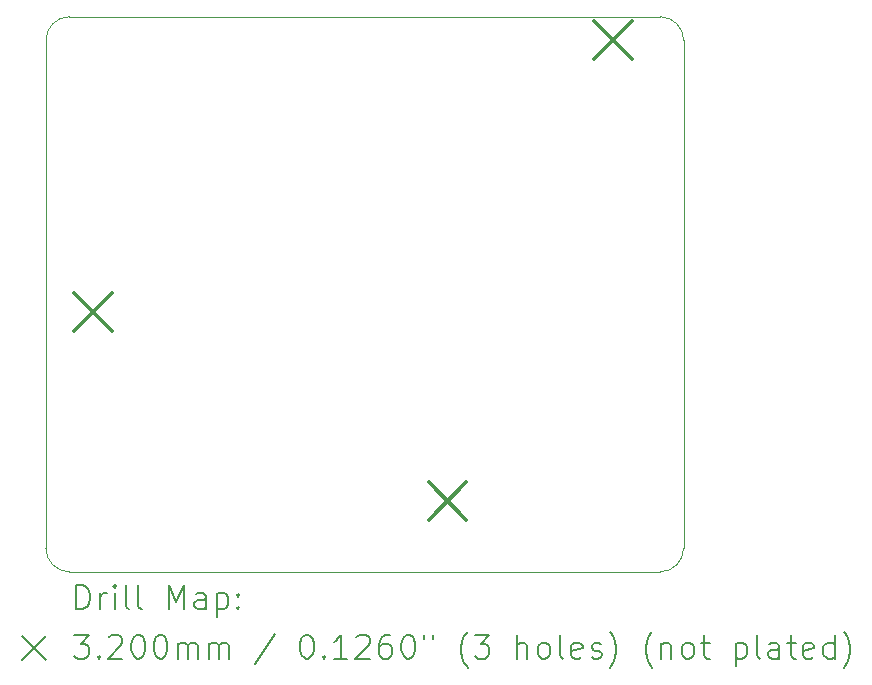
<source format=gbr>
%TF.GenerationSoftware,KiCad,Pcbnew,8.0.2*%
%TF.CreationDate,2024-05-31T10:43:29+02:00*%
%TF.ProjectId,LTS_Spooler,4c54535f-5370-46f6-9f6c-65722e6b6963,rev?*%
%TF.SameCoordinates,Original*%
%TF.FileFunction,Drillmap*%
%TF.FilePolarity,Positive*%
%FSLAX45Y45*%
G04 Gerber Fmt 4.5, Leading zero omitted, Abs format (unit mm)*
G04 Created by KiCad (PCBNEW 8.0.2) date 2024-05-31 10:43:29*
%MOMM*%
%LPD*%
G01*
G04 APERTURE LIST*
%ADD10C,0.050000*%
%ADD11C,0.200000*%
%ADD12C,0.320000*%
G04 APERTURE END LIST*
D10*
X1400000Y-5900000D02*
X1400000Y-1600000D01*
X6600000Y-1400000D02*
G75*
G02*
X6800000Y-1600000I0J-200000D01*
G01*
X6600000Y-6100000D02*
X1600000Y-6100000D01*
X6800000Y-1600000D02*
X6800000Y-5900000D01*
X1600000Y-1400000D02*
X6600000Y-1400000D01*
X6800000Y-5900000D02*
G75*
G02*
X6600000Y-6100000I-200000J0D01*
G01*
X1400000Y-1600000D02*
G75*
G02*
X1600000Y-1400000I200000J0D01*
G01*
X1600000Y-6100000D02*
G75*
G02*
X1400000Y-5900000I0J200000D01*
G01*
D11*
D12*
X1640000Y-3740000D02*
X1960000Y-4060000D01*
X1960000Y-3740000D02*
X1640000Y-4060000D01*
X4640000Y-5340000D02*
X4960000Y-5660000D01*
X4960000Y-5340000D02*
X4640000Y-5660000D01*
X6040000Y-1440000D02*
X6360000Y-1760000D01*
X6360000Y-1440000D02*
X6040000Y-1760000D01*
D11*
X1658277Y-6413984D02*
X1658277Y-6213984D01*
X1658277Y-6213984D02*
X1705896Y-6213984D01*
X1705896Y-6213984D02*
X1734467Y-6223508D01*
X1734467Y-6223508D02*
X1753515Y-6242555D01*
X1753515Y-6242555D02*
X1763039Y-6261603D01*
X1763039Y-6261603D02*
X1772562Y-6299698D01*
X1772562Y-6299698D02*
X1772562Y-6328269D01*
X1772562Y-6328269D02*
X1763039Y-6366365D01*
X1763039Y-6366365D02*
X1753515Y-6385412D01*
X1753515Y-6385412D02*
X1734467Y-6404460D01*
X1734467Y-6404460D02*
X1705896Y-6413984D01*
X1705896Y-6413984D02*
X1658277Y-6413984D01*
X1858277Y-6413984D02*
X1858277Y-6280650D01*
X1858277Y-6318746D02*
X1867801Y-6299698D01*
X1867801Y-6299698D02*
X1877324Y-6290174D01*
X1877324Y-6290174D02*
X1896372Y-6280650D01*
X1896372Y-6280650D02*
X1915420Y-6280650D01*
X1982086Y-6413984D02*
X1982086Y-6280650D01*
X1982086Y-6213984D02*
X1972562Y-6223508D01*
X1972562Y-6223508D02*
X1982086Y-6233031D01*
X1982086Y-6233031D02*
X1991610Y-6223508D01*
X1991610Y-6223508D02*
X1982086Y-6213984D01*
X1982086Y-6213984D02*
X1982086Y-6233031D01*
X2105896Y-6413984D02*
X2086848Y-6404460D01*
X2086848Y-6404460D02*
X2077324Y-6385412D01*
X2077324Y-6385412D02*
X2077324Y-6213984D01*
X2210658Y-6413984D02*
X2191610Y-6404460D01*
X2191610Y-6404460D02*
X2182086Y-6385412D01*
X2182086Y-6385412D02*
X2182086Y-6213984D01*
X2439229Y-6413984D02*
X2439229Y-6213984D01*
X2439229Y-6213984D02*
X2505896Y-6356841D01*
X2505896Y-6356841D02*
X2572563Y-6213984D01*
X2572563Y-6213984D02*
X2572563Y-6413984D01*
X2753515Y-6413984D02*
X2753515Y-6309222D01*
X2753515Y-6309222D02*
X2743991Y-6290174D01*
X2743991Y-6290174D02*
X2724944Y-6280650D01*
X2724944Y-6280650D02*
X2686848Y-6280650D01*
X2686848Y-6280650D02*
X2667801Y-6290174D01*
X2753515Y-6404460D02*
X2734467Y-6413984D01*
X2734467Y-6413984D02*
X2686848Y-6413984D01*
X2686848Y-6413984D02*
X2667801Y-6404460D01*
X2667801Y-6404460D02*
X2658277Y-6385412D01*
X2658277Y-6385412D02*
X2658277Y-6366365D01*
X2658277Y-6366365D02*
X2667801Y-6347317D01*
X2667801Y-6347317D02*
X2686848Y-6337793D01*
X2686848Y-6337793D02*
X2734467Y-6337793D01*
X2734467Y-6337793D02*
X2753515Y-6328269D01*
X2848753Y-6280650D02*
X2848753Y-6480650D01*
X2848753Y-6290174D02*
X2867801Y-6280650D01*
X2867801Y-6280650D02*
X2905896Y-6280650D01*
X2905896Y-6280650D02*
X2924943Y-6290174D01*
X2924943Y-6290174D02*
X2934467Y-6299698D01*
X2934467Y-6299698D02*
X2943991Y-6318746D01*
X2943991Y-6318746D02*
X2943991Y-6375888D01*
X2943991Y-6375888D02*
X2934467Y-6394936D01*
X2934467Y-6394936D02*
X2924943Y-6404460D01*
X2924943Y-6404460D02*
X2905896Y-6413984D01*
X2905896Y-6413984D02*
X2867801Y-6413984D01*
X2867801Y-6413984D02*
X2848753Y-6404460D01*
X3029705Y-6394936D02*
X3039229Y-6404460D01*
X3039229Y-6404460D02*
X3029705Y-6413984D01*
X3029705Y-6413984D02*
X3020182Y-6404460D01*
X3020182Y-6404460D02*
X3029705Y-6394936D01*
X3029705Y-6394936D02*
X3029705Y-6413984D01*
X3029705Y-6290174D02*
X3039229Y-6299698D01*
X3039229Y-6299698D02*
X3029705Y-6309222D01*
X3029705Y-6309222D02*
X3020182Y-6299698D01*
X3020182Y-6299698D02*
X3029705Y-6290174D01*
X3029705Y-6290174D02*
X3029705Y-6309222D01*
X1197500Y-6642500D02*
X1397500Y-6842500D01*
X1397500Y-6642500D02*
X1197500Y-6842500D01*
X1639229Y-6633984D02*
X1763039Y-6633984D01*
X1763039Y-6633984D02*
X1696372Y-6710174D01*
X1696372Y-6710174D02*
X1724943Y-6710174D01*
X1724943Y-6710174D02*
X1743991Y-6719698D01*
X1743991Y-6719698D02*
X1753515Y-6729222D01*
X1753515Y-6729222D02*
X1763039Y-6748269D01*
X1763039Y-6748269D02*
X1763039Y-6795888D01*
X1763039Y-6795888D02*
X1753515Y-6814936D01*
X1753515Y-6814936D02*
X1743991Y-6824460D01*
X1743991Y-6824460D02*
X1724943Y-6833984D01*
X1724943Y-6833984D02*
X1667801Y-6833984D01*
X1667801Y-6833984D02*
X1648753Y-6824460D01*
X1648753Y-6824460D02*
X1639229Y-6814936D01*
X1848753Y-6814936D02*
X1858277Y-6824460D01*
X1858277Y-6824460D02*
X1848753Y-6833984D01*
X1848753Y-6833984D02*
X1839229Y-6824460D01*
X1839229Y-6824460D02*
X1848753Y-6814936D01*
X1848753Y-6814936D02*
X1848753Y-6833984D01*
X1934467Y-6653031D02*
X1943991Y-6643508D01*
X1943991Y-6643508D02*
X1963039Y-6633984D01*
X1963039Y-6633984D02*
X2010658Y-6633984D01*
X2010658Y-6633984D02*
X2029705Y-6643508D01*
X2029705Y-6643508D02*
X2039229Y-6653031D01*
X2039229Y-6653031D02*
X2048753Y-6672079D01*
X2048753Y-6672079D02*
X2048753Y-6691127D01*
X2048753Y-6691127D02*
X2039229Y-6719698D01*
X2039229Y-6719698D02*
X1924943Y-6833984D01*
X1924943Y-6833984D02*
X2048753Y-6833984D01*
X2172563Y-6633984D02*
X2191610Y-6633984D01*
X2191610Y-6633984D02*
X2210658Y-6643508D01*
X2210658Y-6643508D02*
X2220182Y-6653031D01*
X2220182Y-6653031D02*
X2229705Y-6672079D01*
X2229705Y-6672079D02*
X2239229Y-6710174D01*
X2239229Y-6710174D02*
X2239229Y-6757793D01*
X2239229Y-6757793D02*
X2229705Y-6795888D01*
X2229705Y-6795888D02*
X2220182Y-6814936D01*
X2220182Y-6814936D02*
X2210658Y-6824460D01*
X2210658Y-6824460D02*
X2191610Y-6833984D01*
X2191610Y-6833984D02*
X2172563Y-6833984D01*
X2172563Y-6833984D02*
X2153515Y-6824460D01*
X2153515Y-6824460D02*
X2143991Y-6814936D01*
X2143991Y-6814936D02*
X2134467Y-6795888D01*
X2134467Y-6795888D02*
X2124944Y-6757793D01*
X2124944Y-6757793D02*
X2124944Y-6710174D01*
X2124944Y-6710174D02*
X2134467Y-6672079D01*
X2134467Y-6672079D02*
X2143991Y-6653031D01*
X2143991Y-6653031D02*
X2153515Y-6643508D01*
X2153515Y-6643508D02*
X2172563Y-6633984D01*
X2363039Y-6633984D02*
X2382086Y-6633984D01*
X2382086Y-6633984D02*
X2401134Y-6643508D01*
X2401134Y-6643508D02*
X2410658Y-6653031D01*
X2410658Y-6653031D02*
X2420182Y-6672079D01*
X2420182Y-6672079D02*
X2429705Y-6710174D01*
X2429705Y-6710174D02*
X2429705Y-6757793D01*
X2429705Y-6757793D02*
X2420182Y-6795888D01*
X2420182Y-6795888D02*
X2410658Y-6814936D01*
X2410658Y-6814936D02*
X2401134Y-6824460D01*
X2401134Y-6824460D02*
X2382086Y-6833984D01*
X2382086Y-6833984D02*
X2363039Y-6833984D01*
X2363039Y-6833984D02*
X2343991Y-6824460D01*
X2343991Y-6824460D02*
X2334467Y-6814936D01*
X2334467Y-6814936D02*
X2324944Y-6795888D01*
X2324944Y-6795888D02*
X2315420Y-6757793D01*
X2315420Y-6757793D02*
X2315420Y-6710174D01*
X2315420Y-6710174D02*
X2324944Y-6672079D01*
X2324944Y-6672079D02*
X2334467Y-6653031D01*
X2334467Y-6653031D02*
X2343991Y-6643508D01*
X2343991Y-6643508D02*
X2363039Y-6633984D01*
X2515420Y-6833984D02*
X2515420Y-6700650D01*
X2515420Y-6719698D02*
X2524944Y-6710174D01*
X2524944Y-6710174D02*
X2543991Y-6700650D01*
X2543991Y-6700650D02*
X2572563Y-6700650D01*
X2572563Y-6700650D02*
X2591610Y-6710174D01*
X2591610Y-6710174D02*
X2601134Y-6729222D01*
X2601134Y-6729222D02*
X2601134Y-6833984D01*
X2601134Y-6729222D02*
X2610658Y-6710174D01*
X2610658Y-6710174D02*
X2629705Y-6700650D01*
X2629705Y-6700650D02*
X2658277Y-6700650D01*
X2658277Y-6700650D02*
X2677325Y-6710174D01*
X2677325Y-6710174D02*
X2686848Y-6729222D01*
X2686848Y-6729222D02*
X2686848Y-6833984D01*
X2782086Y-6833984D02*
X2782086Y-6700650D01*
X2782086Y-6719698D02*
X2791610Y-6710174D01*
X2791610Y-6710174D02*
X2810658Y-6700650D01*
X2810658Y-6700650D02*
X2839229Y-6700650D01*
X2839229Y-6700650D02*
X2858277Y-6710174D01*
X2858277Y-6710174D02*
X2867801Y-6729222D01*
X2867801Y-6729222D02*
X2867801Y-6833984D01*
X2867801Y-6729222D02*
X2877324Y-6710174D01*
X2877324Y-6710174D02*
X2896372Y-6700650D01*
X2896372Y-6700650D02*
X2924943Y-6700650D01*
X2924943Y-6700650D02*
X2943991Y-6710174D01*
X2943991Y-6710174D02*
X2953515Y-6729222D01*
X2953515Y-6729222D02*
X2953515Y-6833984D01*
X3343991Y-6624460D02*
X3172563Y-6881603D01*
X3601134Y-6633984D02*
X3620182Y-6633984D01*
X3620182Y-6633984D02*
X3639229Y-6643508D01*
X3639229Y-6643508D02*
X3648753Y-6653031D01*
X3648753Y-6653031D02*
X3658277Y-6672079D01*
X3658277Y-6672079D02*
X3667801Y-6710174D01*
X3667801Y-6710174D02*
X3667801Y-6757793D01*
X3667801Y-6757793D02*
X3658277Y-6795888D01*
X3658277Y-6795888D02*
X3648753Y-6814936D01*
X3648753Y-6814936D02*
X3639229Y-6824460D01*
X3639229Y-6824460D02*
X3620182Y-6833984D01*
X3620182Y-6833984D02*
X3601134Y-6833984D01*
X3601134Y-6833984D02*
X3582086Y-6824460D01*
X3582086Y-6824460D02*
X3572563Y-6814936D01*
X3572563Y-6814936D02*
X3563039Y-6795888D01*
X3563039Y-6795888D02*
X3553515Y-6757793D01*
X3553515Y-6757793D02*
X3553515Y-6710174D01*
X3553515Y-6710174D02*
X3563039Y-6672079D01*
X3563039Y-6672079D02*
X3572563Y-6653031D01*
X3572563Y-6653031D02*
X3582086Y-6643508D01*
X3582086Y-6643508D02*
X3601134Y-6633984D01*
X3753515Y-6814936D02*
X3763039Y-6824460D01*
X3763039Y-6824460D02*
X3753515Y-6833984D01*
X3753515Y-6833984D02*
X3743991Y-6824460D01*
X3743991Y-6824460D02*
X3753515Y-6814936D01*
X3753515Y-6814936D02*
X3753515Y-6833984D01*
X3953515Y-6833984D02*
X3839229Y-6833984D01*
X3896372Y-6833984D02*
X3896372Y-6633984D01*
X3896372Y-6633984D02*
X3877325Y-6662555D01*
X3877325Y-6662555D02*
X3858277Y-6681603D01*
X3858277Y-6681603D02*
X3839229Y-6691127D01*
X4029706Y-6653031D02*
X4039229Y-6643508D01*
X4039229Y-6643508D02*
X4058277Y-6633984D01*
X4058277Y-6633984D02*
X4105896Y-6633984D01*
X4105896Y-6633984D02*
X4124944Y-6643508D01*
X4124944Y-6643508D02*
X4134467Y-6653031D01*
X4134467Y-6653031D02*
X4143991Y-6672079D01*
X4143991Y-6672079D02*
X4143991Y-6691127D01*
X4143991Y-6691127D02*
X4134467Y-6719698D01*
X4134467Y-6719698D02*
X4020182Y-6833984D01*
X4020182Y-6833984D02*
X4143991Y-6833984D01*
X4315420Y-6633984D02*
X4277325Y-6633984D01*
X4277325Y-6633984D02*
X4258277Y-6643508D01*
X4258277Y-6643508D02*
X4248753Y-6653031D01*
X4248753Y-6653031D02*
X4229706Y-6681603D01*
X4229706Y-6681603D02*
X4220182Y-6719698D01*
X4220182Y-6719698D02*
X4220182Y-6795888D01*
X4220182Y-6795888D02*
X4229706Y-6814936D01*
X4229706Y-6814936D02*
X4239229Y-6824460D01*
X4239229Y-6824460D02*
X4258277Y-6833984D01*
X4258277Y-6833984D02*
X4296372Y-6833984D01*
X4296372Y-6833984D02*
X4315420Y-6824460D01*
X4315420Y-6824460D02*
X4324944Y-6814936D01*
X4324944Y-6814936D02*
X4334468Y-6795888D01*
X4334468Y-6795888D02*
X4334468Y-6748269D01*
X4334468Y-6748269D02*
X4324944Y-6729222D01*
X4324944Y-6729222D02*
X4315420Y-6719698D01*
X4315420Y-6719698D02*
X4296372Y-6710174D01*
X4296372Y-6710174D02*
X4258277Y-6710174D01*
X4258277Y-6710174D02*
X4239229Y-6719698D01*
X4239229Y-6719698D02*
X4229706Y-6729222D01*
X4229706Y-6729222D02*
X4220182Y-6748269D01*
X4458277Y-6633984D02*
X4477325Y-6633984D01*
X4477325Y-6633984D02*
X4496372Y-6643508D01*
X4496372Y-6643508D02*
X4505896Y-6653031D01*
X4505896Y-6653031D02*
X4515420Y-6672079D01*
X4515420Y-6672079D02*
X4524944Y-6710174D01*
X4524944Y-6710174D02*
X4524944Y-6757793D01*
X4524944Y-6757793D02*
X4515420Y-6795888D01*
X4515420Y-6795888D02*
X4505896Y-6814936D01*
X4505896Y-6814936D02*
X4496372Y-6824460D01*
X4496372Y-6824460D02*
X4477325Y-6833984D01*
X4477325Y-6833984D02*
X4458277Y-6833984D01*
X4458277Y-6833984D02*
X4439229Y-6824460D01*
X4439229Y-6824460D02*
X4429706Y-6814936D01*
X4429706Y-6814936D02*
X4420182Y-6795888D01*
X4420182Y-6795888D02*
X4410658Y-6757793D01*
X4410658Y-6757793D02*
X4410658Y-6710174D01*
X4410658Y-6710174D02*
X4420182Y-6672079D01*
X4420182Y-6672079D02*
X4429706Y-6653031D01*
X4429706Y-6653031D02*
X4439229Y-6643508D01*
X4439229Y-6643508D02*
X4458277Y-6633984D01*
X4601134Y-6633984D02*
X4601134Y-6672079D01*
X4677325Y-6633984D02*
X4677325Y-6672079D01*
X4972563Y-6910174D02*
X4963039Y-6900650D01*
X4963039Y-6900650D02*
X4943991Y-6872079D01*
X4943991Y-6872079D02*
X4934468Y-6853031D01*
X4934468Y-6853031D02*
X4924944Y-6824460D01*
X4924944Y-6824460D02*
X4915420Y-6776841D01*
X4915420Y-6776841D02*
X4915420Y-6738746D01*
X4915420Y-6738746D02*
X4924944Y-6691127D01*
X4924944Y-6691127D02*
X4934468Y-6662555D01*
X4934468Y-6662555D02*
X4943991Y-6643508D01*
X4943991Y-6643508D02*
X4963039Y-6614936D01*
X4963039Y-6614936D02*
X4972563Y-6605412D01*
X5029706Y-6633984D02*
X5153515Y-6633984D01*
X5153515Y-6633984D02*
X5086849Y-6710174D01*
X5086849Y-6710174D02*
X5115420Y-6710174D01*
X5115420Y-6710174D02*
X5134468Y-6719698D01*
X5134468Y-6719698D02*
X5143991Y-6729222D01*
X5143991Y-6729222D02*
X5153515Y-6748269D01*
X5153515Y-6748269D02*
X5153515Y-6795888D01*
X5153515Y-6795888D02*
X5143991Y-6814936D01*
X5143991Y-6814936D02*
X5134468Y-6824460D01*
X5134468Y-6824460D02*
X5115420Y-6833984D01*
X5115420Y-6833984D02*
X5058277Y-6833984D01*
X5058277Y-6833984D02*
X5039230Y-6824460D01*
X5039230Y-6824460D02*
X5029706Y-6814936D01*
X5391611Y-6833984D02*
X5391611Y-6633984D01*
X5477325Y-6833984D02*
X5477325Y-6729222D01*
X5477325Y-6729222D02*
X5467801Y-6710174D01*
X5467801Y-6710174D02*
X5448753Y-6700650D01*
X5448753Y-6700650D02*
X5420182Y-6700650D01*
X5420182Y-6700650D02*
X5401134Y-6710174D01*
X5401134Y-6710174D02*
X5391611Y-6719698D01*
X5601134Y-6833984D02*
X5582087Y-6824460D01*
X5582087Y-6824460D02*
X5572563Y-6814936D01*
X5572563Y-6814936D02*
X5563039Y-6795888D01*
X5563039Y-6795888D02*
X5563039Y-6738746D01*
X5563039Y-6738746D02*
X5572563Y-6719698D01*
X5572563Y-6719698D02*
X5582087Y-6710174D01*
X5582087Y-6710174D02*
X5601134Y-6700650D01*
X5601134Y-6700650D02*
X5629706Y-6700650D01*
X5629706Y-6700650D02*
X5648753Y-6710174D01*
X5648753Y-6710174D02*
X5658277Y-6719698D01*
X5658277Y-6719698D02*
X5667801Y-6738746D01*
X5667801Y-6738746D02*
X5667801Y-6795888D01*
X5667801Y-6795888D02*
X5658277Y-6814936D01*
X5658277Y-6814936D02*
X5648753Y-6824460D01*
X5648753Y-6824460D02*
X5629706Y-6833984D01*
X5629706Y-6833984D02*
X5601134Y-6833984D01*
X5782087Y-6833984D02*
X5763039Y-6824460D01*
X5763039Y-6824460D02*
X5753515Y-6805412D01*
X5753515Y-6805412D02*
X5753515Y-6633984D01*
X5934468Y-6824460D02*
X5915420Y-6833984D01*
X5915420Y-6833984D02*
X5877325Y-6833984D01*
X5877325Y-6833984D02*
X5858277Y-6824460D01*
X5858277Y-6824460D02*
X5848753Y-6805412D01*
X5848753Y-6805412D02*
X5848753Y-6729222D01*
X5848753Y-6729222D02*
X5858277Y-6710174D01*
X5858277Y-6710174D02*
X5877325Y-6700650D01*
X5877325Y-6700650D02*
X5915420Y-6700650D01*
X5915420Y-6700650D02*
X5934468Y-6710174D01*
X5934468Y-6710174D02*
X5943991Y-6729222D01*
X5943991Y-6729222D02*
X5943991Y-6748269D01*
X5943991Y-6748269D02*
X5848753Y-6767317D01*
X6020182Y-6824460D02*
X6039230Y-6833984D01*
X6039230Y-6833984D02*
X6077325Y-6833984D01*
X6077325Y-6833984D02*
X6096372Y-6824460D01*
X6096372Y-6824460D02*
X6105896Y-6805412D01*
X6105896Y-6805412D02*
X6105896Y-6795888D01*
X6105896Y-6795888D02*
X6096372Y-6776841D01*
X6096372Y-6776841D02*
X6077325Y-6767317D01*
X6077325Y-6767317D02*
X6048753Y-6767317D01*
X6048753Y-6767317D02*
X6029706Y-6757793D01*
X6029706Y-6757793D02*
X6020182Y-6738746D01*
X6020182Y-6738746D02*
X6020182Y-6729222D01*
X6020182Y-6729222D02*
X6029706Y-6710174D01*
X6029706Y-6710174D02*
X6048753Y-6700650D01*
X6048753Y-6700650D02*
X6077325Y-6700650D01*
X6077325Y-6700650D02*
X6096372Y-6710174D01*
X6172563Y-6910174D02*
X6182087Y-6900650D01*
X6182087Y-6900650D02*
X6201134Y-6872079D01*
X6201134Y-6872079D02*
X6210658Y-6853031D01*
X6210658Y-6853031D02*
X6220182Y-6824460D01*
X6220182Y-6824460D02*
X6229706Y-6776841D01*
X6229706Y-6776841D02*
X6229706Y-6738746D01*
X6229706Y-6738746D02*
X6220182Y-6691127D01*
X6220182Y-6691127D02*
X6210658Y-6662555D01*
X6210658Y-6662555D02*
X6201134Y-6643508D01*
X6201134Y-6643508D02*
X6182087Y-6614936D01*
X6182087Y-6614936D02*
X6172563Y-6605412D01*
X6534468Y-6910174D02*
X6524944Y-6900650D01*
X6524944Y-6900650D02*
X6505896Y-6872079D01*
X6505896Y-6872079D02*
X6496372Y-6853031D01*
X6496372Y-6853031D02*
X6486849Y-6824460D01*
X6486849Y-6824460D02*
X6477325Y-6776841D01*
X6477325Y-6776841D02*
X6477325Y-6738746D01*
X6477325Y-6738746D02*
X6486849Y-6691127D01*
X6486849Y-6691127D02*
X6496372Y-6662555D01*
X6496372Y-6662555D02*
X6505896Y-6643508D01*
X6505896Y-6643508D02*
X6524944Y-6614936D01*
X6524944Y-6614936D02*
X6534468Y-6605412D01*
X6610658Y-6700650D02*
X6610658Y-6833984D01*
X6610658Y-6719698D02*
X6620182Y-6710174D01*
X6620182Y-6710174D02*
X6639230Y-6700650D01*
X6639230Y-6700650D02*
X6667801Y-6700650D01*
X6667801Y-6700650D02*
X6686849Y-6710174D01*
X6686849Y-6710174D02*
X6696372Y-6729222D01*
X6696372Y-6729222D02*
X6696372Y-6833984D01*
X6820182Y-6833984D02*
X6801134Y-6824460D01*
X6801134Y-6824460D02*
X6791611Y-6814936D01*
X6791611Y-6814936D02*
X6782087Y-6795888D01*
X6782087Y-6795888D02*
X6782087Y-6738746D01*
X6782087Y-6738746D02*
X6791611Y-6719698D01*
X6791611Y-6719698D02*
X6801134Y-6710174D01*
X6801134Y-6710174D02*
X6820182Y-6700650D01*
X6820182Y-6700650D02*
X6848753Y-6700650D01*
X6848753Y-6700650D02*
X6867801Y-6710174D01*
X6867801Y-6710174D02*
X6877325Y-6719698D01*
X6877325Y-6719698D02*
X6886849Y-6738746D01*
X6886849Y-6738746D02*
X6886849Y-6795888D01*
X6886849Y-6795888D02*
X6877325Y-6814936D01*
X6877325Y-6814936D02*
X6867801Y-6824460D01*
X6867801Y-6824460D02*
X6848753Y-6833984D01*
X6848753Y-6833984D02*
X6820182Y-6833984D01*
X6943992Y-6700650D02*
X7020182Y-6700650D01*
X6972563Y-6633984D02*
X6972563Y-6805412D01*
X6972563Y-6805412D02*
X6982087Y-6824460D01*
X6982087Y-6824460D02*
X7001134Y-6833984D01*
X7001134Y-6833984D02*
X7020182Y-6833984D01*
X7239230Y-6700650D02*
X7239230Y-6900650D01*
X7239230Y-6710174D02*
X7258277Y-6700650D01*
X7258277Y-6700650D02*
X7296373Y-6700650D01*
X7296373Y-6700650D02*
X7315420Y-6710174D01*
X7315420Y-6710174D02*
X7324944Y-6719698D01*
X7324944Y-6719698D02*
X7334468Y-6738746D01*
X7334468Y-6738746D02*
X7334468Y-6795888D01*
X7334468Y-6795888D02*
X7324944Y-6814936D01*
X7324944Y-6814936D02*
X7315420Y-6824460D01*
X7315420Y-6824460D02*
X7296373Y-6833984D01*
X7296373Y-6833984D02*
X7258277Y-6833984D01*
X7258277Y-6833984D02*
X7239230Y-6824460D01*
X7448753Y-6833984D02*
X7429706Y-6824460D01*
X7429706Y-6824460D02*
X7420182Y-6805412D01*
X7420182Y-6805412D02*
X7420182Y-6633984D01*
X7610658Y-6833984D02*
X7610658Y-6729222D01*
X7610658Y-6729222D02*
X7601134Y-6710174D01*
X7601134Y-6710174D02*
X7582087Y-6700650D01*
X7582087Y-6700650D02*
X7543992Y-6700650D01*
X7543992Y-6700650D02*
X7524944Y-6710174D01*
X7610658Y-6824460D02*
X7591611Y-6833984D01*
X7591611Y-6833984D02*
X7543992Y-6833984D01*
X7543992Y-6833984D02*
X7524944Y-6824460D01*
X7524944Y-6824460D02*
X7515420Y-6805412D01*
X7515420Y-6805412D02*
X7515420Y-6786365D01*
X7515420Y-6786365D02*
X7524944Y-6767317D01*
X7524944Y-6767317D02*
X7543992Y-6757793D01*
X7543992Y-6757793D02*
X7591611Y-6757793D01*
X7591611Y-6757793D02*
X7610658Y-6748269D01*
X7677325Y-6700650D02*
X7753515Y-6700650D01*
X7705896Y-6633984D02*
X7705896Y-6805412D01*
X7705896Y-6805412D02*
X7715420Y-6824460D01*
X7715420Y-6824460D02*
X7734468Y-6833984D01*
X7734468Y-6833984D02*
X7753515Y-6833984D01*
X7896373Y-6824460D02*
X7877325Y-6833984D01*
X7877325Y-6833984D02*
X7839230Y-6833984D01*
X7839230Y-6833984D02*
X7820182Y-6824460D01*
X7820182Y-6824460D02*
X7810658Y-6805412D01*
X7810658Y-6805412D02*
X7810658Y-6729222D01*
X7810658Y-6729222D02*
X7820182Y-6710174D01*
X7820182Y-6710174D02*
X7839230Y-6700650D01*
X7839230Y-6700650D02*
X7877325Y-6700650D01*
X7877325Y-6700650D02*
X7896373Y-6710174D01*
X7896373Y-6710174D02*
X7905896Y-6729222D01*
X7905896Y-6729222D02*
X7905896Y-6748269D01*
X7905896Y-6748269D02*
X7810658Y-6767317D01*
X8077325Y-6833984D02*
X8077325Y-6633984D01*
X8077325Y-6824460D02*
X8058277Y-6833984D01*
X8058277Y-6833984D02*
X8020182Y-6833984D01*
X8020182Y-6833984D02*
X8001134Y-6824460D01*
X8001134Y-6824460D02*
X7991611Y-6814936D01*
X7991611Y-6814936D02*
X7982087Y-6795888D01*
X7982087Y-6795888D02*
X7982087Y-6738746D01*
X7982087Y-6738746D02*
X7991611Y-6719698D01*
X7991611Y-6719698D02*
X8001134Y-6710174D01*
X8001134Y-6710174D02*
X8020182Y-6700650D01*
X8020182Y-6700650D02*
X8058277Y-6700650D01*
X8058277Y-6700650D02*
X8077325Y-6710174D01*
X8153515Y-6910174D02*
X8163039Y-6900650D01*
X8163039Y-6900650D02*
X8182087Y-6872079D01*
X8182087Y-6872079D02*
X8191611Y-6853031D01*
X8191611Y-6853031D02*
X8201134Y-6824460D01*
X8201134Y-6824460D02*
X8210658Y-6776841D01*
X8210658Y-6776841D02*
X8210658Y-6738746D01*
X8210658Y-6738746D02*
X8201134Y-6691127D01*
X8201134Y-6691127D02*
X8191611Y-6662555D01*
X8191611Y-6662555D02*
X8182087Y-6643508D01*
X8182087Y-6643508D02*
X8163039Y-6614936D01*
X8163039Y-6614936D02*
X8153515Y-6605412D01*
M02*

</source>
